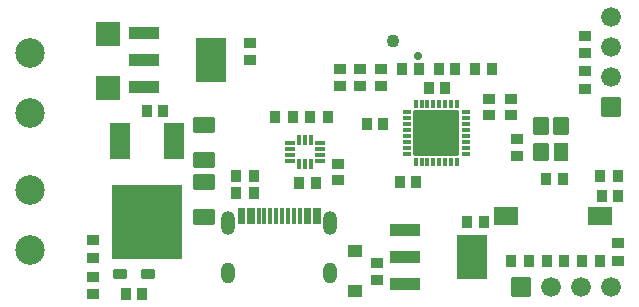
<source format=gts>
G04 Layer: TopSolderMaskLayer*
G04 EasyEDA v6.5.15, 2022-10-09 22:19:18*
G04 792860b319f64621ac1ba377023e4090,0b3a2bb33c9248688526e96ab25d6e06,10*
G04 Gerber Generator version 0.2*
G04 Scale: 100 percent, Rotated: No, Reflected: No *
G04 Dimensions in millimeters *
G04 leading zeros omitted , absolute positions ,4 integer and 5 decimal *
%FSLAX45Y45*%
%MOMM*%

%AMMACRO1*1,1,$1,$2,$3*1,1,$1,$4,$5*1,1,$1,0-$2,0-$3*1,1,$1,0-$4,0-$5*20,1,$1,$2,$3,$4,$5,0*20,1,$1,$4,$5,0-$2,0-$3,0*20,1,$1,0-$2,0-$3,0-$4,0-$5,0*20,1,$1,0-$4,0-$5,$2,$3,0*4,1,4,$2,$3,$4,$5,0-$2,0-$3,0-$4,0-$5,$2,$3,0*%
%ADD10MACRO1,0.1016X-0.6X-0.7X-0.6X0.7*%
%ADD11R,1.3016X1.5016*%
%ADD12MACRO1,0.1016X0.4X-0.45X-0.4X-0.45*%
%ADD13MACRO1,0.1016X-0.5X0.375X0.5X0.375*%
%ADD14MACRO1,0.1016X-0.432X0.4032X0.432X0.4032*%
%ADD15MACRO1,0.1016X-0.432X-0.4032X0.432X-0.4032*%
%ADD16MACRO1,0.1016X0.432X-0.4032X-0.432X-0.4032*%
%ADD17MACRO1,0.1016X0.432X0.4032X-0.432X0.4032*%
%ADD18MACRO1,0.1016X-0.4X0.45X0.4X0.45*%
%ADD19MACRO1,0.1016X-0.45X-0.4X-0.45X0.4*%
%ADD20MACRO1,0.1016X0.45X0.4X0.45X-0.4*%
%ADD21MACRO1,0.1016X-0.575X-0.475X-0.575X0.475*%
%ADD22MACRO1,0.1016X-0.8505X0.6038X0.8505X0.6038*%
%ADD23MACRO1,0.1016X-0.8505X-0.6038X0.8505X-0.6038*%
%ADD24MACRO1,0.1016X1X-0.69X-1X-0.69*%
%ADD25C,1.0922*%
%ADD26C,0.7112*%
%ADD27MACRO1,0.1016X-0.4032X-0.432X-0.4032X0.432*%
%ADD28MACRO1,0.1016X0.4032X-0.432X0.4032X0.432*%
%ADD29MACRO1,0.1016X0.4032X0.432X0.4032X-0.432*%
%ADD30MACRO1,0.1016X-0.4032X0.432X-0.4032X-0.432*%
%ADD31MACRO1,0.1016X-0.8X-1.5X-0.8X1.5*%
%ADD32MACRO1,0.1016X-2.9X-3.1X-2.9X3.1*%
%ADD33MACRO1,0.1016X-1.235X0.49X-1.235X-0.49*%
%ADD34MACRO1,0.1016X-1.235X-1.8X-1.235X1.8*%
%ADD35C,2.5016*%
%ADD36MACRO1,0.1016X0.4X-0.432X-0.4X-0.432*%
%ADD37MACRO1,0.1016X-0.4X0.432X0.4X0.432*%
%ADD38MACRO1,0.1016X0.14X0.325X0.14X-0.325*%
%ADD39MACRO1,0.1016X0.325X0.14X0.325X-0.14*%
%ADD40MACRO1,0.1016X1.9X1.9X1.9X-1.9*%
%ADD41MACRO1,0.1016X-0.3375X0.14X0.3375X0.14*%
%ADD42MACRO1,0.1016X-0.14X0.3375X0.14X0.3375*%
%ADD43MACRO1,0.1X-0.15X0.65X0.15X0.65*%
%ADD44O,1.1999976X1.7999964*%
%ADD45O,1.1999976X1.9999959999999999*%
%ADD46MACRO1,0.1016X1X1X1X-1*%
%ADD47MACRO1,0.1016X-0.7874X-0.7874X-0.7874X0.7874*%
%ADD48C,1.6764*%
%ADD49MACRO1,0.1016X-0.7874X0.7874X0.7874X0.7874*%

%LPD*%
D10*
G01*
X4744976Y1520004D03*
D11*
G01*
X4914991Y1299989D03*
D10*
G01*
X4744976Y1299989D03*
G01*
X4914978Y1520004D03*
D12*
G01*
X1229997Y99999D03*
G01*
X1369997Y99999D03*
D13*
G01*
X1417290Y269925D03*
G01*
X1182785Y269925D03*
D14*
G01*
X949985Y94778D03*
D15*
G01*
X949985Y245428D03*
D16*
G01*
X949998Y555324D03*
D17*
G01*
X949998Y404674D03*
D18*
G01*
X3710099Y1999919D03*
G01*
X3570099Y1999919D03*
D12*
G01*
X4190113Y1999919D03*
G01*
X4330113Y1999919D03*
D19*
G01*
X4309897Y1750133D03*
G01*
X4309897Y1610133D03*
G01*
X4489983Y1749879D03*
G01*
X4489983Y1609879D03*
D20*
G01*
X3044469Y1860069D03*
G01*
X3044469Y2000069D03*
D19*
G01*
X3214395Y2000069D03*
G01*
X3214395Y1860069D03*
G01*
X3394481Y2000069D03*
G01*
X3394481Y1860069D03*
D12*
G01*
X3550033Y1049959D03*
G01*
X3690033Y1049959D03*
D18*
G01*
X5399961Y930071D03*
G01*
X5259961Y930071D03*
G01*
X3409871Y1535099D03*
G01*
X3269871Y1535099D03*
G01*
X1549996Y1649996D03*
G01*
X1409997Y1649996D03*
D20*
G01*
X3029991Y1059969D03*
G01*
X3029991Y1199969D03*
D19*
G01*
X2279929Y2220033D03*
G01*
X2279929Y2080033D03*
G01*
X3359937Y359991D03*
G01*
X3359937Y219991D03*
D12*
G01*
X2699895Y1040053D03*
G01*
X2839895Y1040053D03*
D18*
G01*
X4260009Y710107D03*
G01*
X4120009Y710107D03*
D21*
G01*
X3169945Y459232D03*
G01*
X3169945Y120751D03*
D22*
G01*
X1889996Y752121D03*
D23*
G01*
X1889996Y1047874D03*
D24*
G01*
X5249989Y759998D03*
G01*
X4449991Y759998D03*
D25*
G01*
X3492042Y2243505D03*
D26*
G01*
X3707942Y2116505D03*
D22*
G01*
X1889996Y1232435D03*
D23*
G01*
X1889996Y1528188D03*
D16*
G01*
X5119989Y1985346D03*
D17*
G01*
X5119989Y1834696D03*
D14*
G01*
X5119989Y2134670D03*
D15*
G01*
X5119989Y2285320D03*
D27*
G01*
X4645318Y379907D03*
D28*
G01*
X4494668Y379907D03*
D27*
G01*
X4945292Y379907D03*
D28*
G01*
X4794642Y379907D03*
D27*
G01*
X5245266Y379907D03*
D28*
G01*
X5094616Y379907D03*
D14*
G01*
X5400065Y374686D03*
D15*
G01*
X5400065Y525336D03*
D27*
G01*
X2315376Y949883D03*
D28*
G01*
X2164726Y949883D03*
D27*
G01*
X5400315Y1099997D03*
D28*
G01*
X5249665Y1099997D03*
D29*
G01*
X2164726Y1099997D03*
D30*
G01*
X2315376Y1099997D03*
D27*
G01*
X2645322Y1599869D03*
D28*
G01*
X2494672Y1599869D03*
D29*
G01*
X2794646Y1599869D03*
D30*
G01*
X2945296Y1599869D03*
D31*
G01*
X1639003Y1392397D03*
G01*
X1180990Y1392394D03*
D32*
G01*
X1409997Y707593D03*
D33*
G01*
X3596492Y639999D03*
G01*
X3596492Y409999D03*
G01*
X3596492Y179998D03*
D34*
G01*
X4163491Y409999D03*
D12*
G01*
X4789990Y1069997D03*
G01*
X4929990Y1069997D03*
D20*
G01*
X4539990Y1269997D03*
G01*
X4539990Y1409997D03*
D35*
G01*
X419988Y2134006D03*
G01*
X419988Y1626006D03*
G01*
X419988Y973988D03*
G01*
X419988Y465988D03*
D36*
G01*
X3879992Y2000008D03*
G01*
X4019991Y2000008D03*
D37*
G01*
X3934434Y1839986D03*
G01*
X3794434Y1839986D03*
D38*
G01*
X4034998Y1707746D03*
G01*
X3984985Y1707746D03*
G01*
X3934998Y1707746D03*
G01*
X3884985Y1707746D03*
G01*
X3834998Y1707746D03*
G01*
X3784986Y1707746D03*
G01*
X3734998Y1707746D03*
G01*
X3684986Y1707746D03*
D39*
G01*
X3612244Y1635003D03*
G01*
X3612244Y1584990D03*
G01*
X3612244Y1535003D03*
G01*
X3612244Y1484990D03*
G01*
X3612244Y1435003D03*
G01*
X3612244Y1384990D03*
G01*
X3612244Y1335003D03*
G01*
X3612244Y1284991D03*
D38*
G01*
X3684986Y1212249D03*
G01*
X3734998Y1212249D03*
G01*
X3784986Y1212249D03*
G01*
X3834998Y1212249D03*
G01*
X3884985Y1212249D03*
G01*
X3934998Y1212249D03*
G01*
X3984985Y1212249D03*
G01*
X4034998Y1212249D03*
D39*
G01*
X4107740Y1284991D03*
G01*
X4107740Y1335003D03*
G01*
X4107740Y1384990D03*
G01*
X4107740Y1435003D03*
G01*
X4107740Y1484990D03*
G01*
X4107740Y1535003D03*
G01*
X4107740Y1584990D03*
G01*
X4107740Y1635003D03*
D40*
G01*
X3859992Y1459997D03*
D33*
G01*
X1386497Y2309996D03*
G01*
X1386497Y2079995D03*
G01*
X1386497Y1849995D03*
D34*
G01*
X1953496Y2079995D03*
D41*
G01*
X2623794Y1375003D03*
G01*
X2623794Y1324991D03*
G01*
X2623794Y1275003D03*
G01*
X2623794Y1224991D03*
D42*
G01*
X2700007Y1198742D03*
G01*
X2749994Y1198742D03*
G01*
X2800007Y1198742D03*
D41*
G01*
X2876194Y1224991D03*
G01*
X2876194Y1275003D03*
G01*
X2876194Y1324991D03*
G01*
X2876194Y1375003D03*
D42*
G01*
X2800007Y1401251D03*
G01*
X2749994Y1401251D03*
G01*
X2700007Y1401251D03*
D43*
G01*
X2194993Y761509D03*
G01*
X2224990Y761509D03*
G01*
X2275003Y761509D03*
G01*
X2305000Y761509D03*
G01*
X2354987Y761504D03*
G01*
X2405000Y761507D03*
G01*
X2454987Y761509D03*
G01*
X2505000Y761507D03*
G01*
X2554987Y761509D03*
G01*
X2604999Y761507D03*
G01*
X2704999Y761507D03*
G01*
X2754986Y761486D03*
G01*
X2785009Y761486D03*
G01*
X2834996Y761507D03*
G01*
X2864994Y761507D03*
G01*
X2654961Y761504D03*
D44*
G01*
X2097989Y278511D03*
G01*
X2961995Y278511D03*
D45*
G01*
X2961995Y696518D03*
G01*
X2097989Y696518D03*
D46*
G01*
X1079997Y2300000D03*
G01*
X1079997Y1839998D03*
D47*
G01*
X5339989Y1678995D03*
D48*
G01*
X5339994Y1932990D03*
G01*
X5339994Y2186990D03*
G01*
X5339994Y2440990D03*
D49*
G01*
X4578990Y159999D03*
D48*
G01*
X4832984Y159994D03*
G01*
X5086984Y159994D03*
G01*
X5340984Y159994D03*
M02*

</source>
